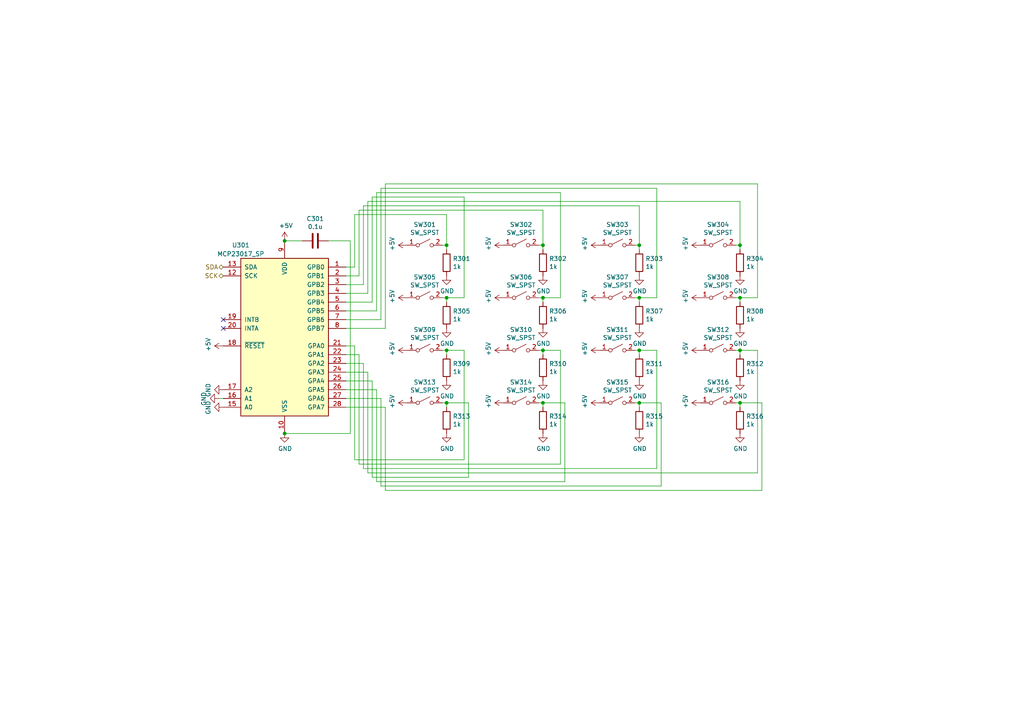
<source format=kicad_sch>
(kicad_sch (version 20211123) (generator eeschema)
  (paper "A4")
  (title_block (title "Controller") (date "2021-07-04") (rev "1.0"))
  (lib_symbols
    (symbol "Device:C" (pin_numbers hide) (pin_names (offset 0.254))
      (property "Reference" "C" (at 0.635 2.54 0))
      (property "Value" "C" (at 0.635 -2.54 0))
      (symbol "C_0_1"
        (polyline (pts (xy -2.032 -0.762) (xy 2.032 -0.762)) (stroke (width 0.508)))
        (polyline (pts (xy -2.032 0.762) (xy 2.032 0.762)) (stroke (width 0.508)))
      )
      (symbol "C_1_1"
        (pin passive line (at 0 3.81 270) (length 2.794) (name "~") (number "1"))
        (pin passive line (at 0 -3.81 90) (length 2.794) (name "~") (number "2"))
      )
    )
    (symbol "Device:R" (pin_numbers hide) (pin_names (offset 0))
      (property "Reference" "R" (at 2.032 0 90))
      (property "Value" "R" (at 0 0 90))
      (symbol "R_0_1"
        (rectangle (start -1.016 -2.54) (end 1.016 2.54) (stroke (width 0.254)))
      )
      (symbol "R_1_1"
        (pin passive line (at 0 3.81 270) (length 1.27) (name "~") (number "1"))
        (pin passive line (at 0 -3.81 90) (length 1.27) (name "~") (number "2"))
      )
    )
    (symbol "Interface_Expansion:MCP23017_SP" (pin_names (offset 1.016))
      (property "Reference" "U" (at -11.43 24.13 0))
      (property "Value" "MCP23017_SP" (at 0 0 0))
      (symbol "MCP23017_SP_0_1"
        (rectangle (start -12.7 22.86) (end 12.7 -22.86) (stroke (width 0.254)) (fill (type background)))
      )
      (symbol "MCP23017_SP_1_1"
        (pin bidirectional line (at 17.78 20.32 180) (length 5.08) (name "GPB0") (number "1"))
        (pin power_in line (at 0 -27.94 90) (length 5.08) (name "VSS") (number "10"))
        (pin no_connect line (at -12.7 15.24 0) (length 5.08) hide (name "NC") (number "11"))
        (pin input line (at -17.78 17.78 0) (length 5.08) (name "SCK") (number "12"))
        (pin bidirectional line (at -17.78 20.32 0) (length 5.08) (name "SDA") (number "13"))
        (pin no_connect line (at -12.7 12.7 0) (length 5.08) hide (name "NC") (number "14"))
        (pin input line (at -17.78 -20.32 0) (length 5.08) (name "A0") (number "15"))
        (pin input line (at -17.78 -17.78 0) (length 5.08) (name "A1") (number "16"))
        (pin input line (at -17.78 -15.24 0) (length 5.08) (name "A2") (number "17"))
        (pin input line (at -17.78 -2.54 0) (length 5.08) (name "~{RESET}") (number "18"))
        (pin tri_state line (at -17.78 5.08 0) (length 5.08) (name "INTB") (number "19"))
        (pin bidirectional line (at 17.78 17.78 180) (length 5.08) (name "GPB1") (number "2"))
        (pin tri_state line (at -17.78 2.54 0) (length 5.08) (name "INTA") (number "20"))
        (pin bidirectional line (at 17.78 -2.54 180) (length 5.08) (name "GPA0") (number "21"))
        (pin bidirectional line (at 17.78 -5.08 180) (length 5.08) (name "GPA1") (number "22"))
        (pin bidirectional line (at 17.78 -7.62 180) (length 5.08) (name "GPA2") (number "23"))
        (pin bidirectional line (at 17.78 -10.16 180) (length 5.08) (name "GPA3") (number "24"))
        (pin bidirectional line (at 17.78 -12.7 180) (length 5.08) (name "GPA4") (number "25"))
        (pin bidirectional line (at 17.78 -15.24 180) (length 5.08) (name "GPA5") (number "26"))
        (pin bidirectional line (at 17.78 -17.78 180) (length 5.08) (name "GPA6") (number "27"))
        (pin bidirectional line (at 17.78 -20.32 180) (length 5.08) (name "GPA7") (number "28"))
        (pin bidirectional line (at 17.78 15.24 180) (length 5.08) (name "GPB2") (number "3"))
        (pin bidirectional line (at 17.78 12.7 180) (length 5.08) (name "GPB3") (number "4"))
        (pin bidirectional line (at 17.78 10.16 180) (length 5.08) (name "GPB4") (number "5"))
        (pin bidirectional line (at 17.78 7.62 180) (length 5.08) (name "GPB5") (number "6"))
        (pin bidirectional line (at 17.78 5.08 180) (length 5.08) (name "GPB6") (number "7"))
        (pin bidirectional line (at 17.78 2.54 180) (length 5.08) (name "GPB7") (number "8"))
        (pin power_in line (at 0 27.94 270) (length 5.08) (name "VDD") (number "9"))
      )
    )
    (symbol "Switch:SW_SPST" (pin_names (offset 0) hide)
      (property "Reference" "SW" (at 0 3.175 0))
      (property "Value" "SW_SPST" (at 0 -2.54 0))
      (symbol "SW_SPST_0_0"
        (circle (center -2.032 0) (radius 0.508))
        (polyline (pts (xy -1.524 0.254) (xy 1.524 1.778)))
        (circle (center 2.032 0) (radius 0.508))
      )
      (symbol "SW_SPST_1_1"
        (pin passive line (at -5.08 0 0) (length 2.54) (name "A") (number "1"))
        (pin passive line (at 5.08 0 180) (length 2.54) (name "B") (number "2"))
      )
    )
    (symbol "power:+5V" (power) (pin_names (offset 0))
      (property "Value" "+5V" (at 0 3.556 0))
      (symbol "+5V_0_1"
        (polyline (pts (xy -0.762 1.27) (xy 0 2.54)))
        (polyline (pts (xy 0 0) (xy 0 2.54)))
        (polyline (pts (xy 0 2.54) (xy 0.762 1.27)))
      )
      (symbol "+5V_1_1"
        (pin power_in line (at 0 0 90) (length 0) hide (name "+5V") (number "1"))
      )
    )
    (symbol "power:GND" (power) (pin_names (offset 0))
      (property "Value" "GND" (at 0 -3.81 0))
      (symbol "GND_0_1"
        (polyline (pts (xy 0 0) (xy 0 -1.27) (xy 1.27 -1.27) (xy 0 -2.54) (xy -1.27 -1.27) (xy 0 -1.27)))
      )
      (symbol "GND_1_1"
        (pin power_in line (at 0 0 270) (length 0) hide (name "GND") (number "1"))
      )
    )
  )
  (junction (at 82.55 69.85))
  (junction (at 214.63 101.6))
  (junction (at 185.42 86.36))
  (junction (at 214.63 86.36))
  (junction (at 157.48 101.6))
  (junction (at 185.42 116.84))
  (junction (at 185.42 71.12))
  (junction (at 129.54 71.12))
  (junction (at 214.63 71.12))
  (junction (at 214.63 116.84))
  (junction (at 157.48 86.36))
  (junction (at 129.54 86.36))
  (junction (at 129.54 116.84))
  (junction (at 82.55 125.73))
  (junction (at 185.42 101.6))
  (junction (at 157.48 116.84))
  (junction (at 157.48 71.12))
  (junction (at 129.54 101.6))
  (no_connect (at 64.77 92.71))
  (no_connect (at 64.77 95.25))
  (wire (pts (xy 100.33 100.33) (xy 102.87 100.33)))
  (wire (pts (xy 191.77 140.97) (xy 191.77 116.84)))
  (wire (pts (xy 134.62 86.36) (xy 129.54 86.36)))
  (wire (pts (xy 157.48 116.84) (xy 157.48 118.11)))
  (wire (pts (xy 104.14 134.62) (xy 162.56 134.62)))
  (wire (pts (xy 100.33 85.09) (xy 106.68 85.09)))
  (wire (pts (xy 111.76 142.24) (xy 220.98 142.24)))
  (wire (pts (xy 163.83 139.7) (xy 163.83 116.84)))
  (wire (pts (xy 128.27 101.6) (xy 129.54 101.6)))
  (wire (pts (xy 219.71 101.6) (xy 214.63 101.6)))
  (wire (pts (xy 129.54 116.84) (xy 129.54 118.11)))
  (wire (pts (xy 106.68 137.16) (xy 219.71 137.16)))
  (wire (pts (xy 162.56 86.36) (xy 157.48 86.36)))
  (wire (pts (xy 109.22 90.17) (xy 109.22 55.88)))
  (wire (pts (xy 101.6 125.73) (xy 82.55 125.73)))
  (wire (pts (xy 191.77 116.84) (xy 185.42 116.84)))
  (wire (pts (xy 156.21 101.6) (xy 157.48 101.6)))
  (wire (pts (xy 185.42 71.12) (xy 185.42 72.39)))
  (wire (pts (xy 184.15 101.6) (xy 185.42 101.6)))
  (wire (pts (xy 104.14 102.87) (xy 104.14 134.62)))
  (wire (pts (xy 219.71 86.36) (xy 214.63 86.36)))
  (wire (pts (xy 106.68 107.95) (xy 106.68 137.16)))
  (wire (pts (xy 106.68 58.42) (xy 214.63 58.42)))
  (wire (pts (xy 185.42 59.69) (xy 185.42 71.12)))
  (wire (pts (xy 102.87 77.47) (xy 102.87 62.23)))
  (wire (pts (xy 100.33 95.25) (xy 111.76 95.25)))
  (wire (pts (xy 213.36 101.6) (xy 214.63 101.6)))
  (wire (pts (xy 107.95 138.43) (xy 135.89 138.43)))
  (wire (pts (xy 214.63 58.42) (xy 214.63 71.12)))
  (wire (pts (xy 162.56 55.88) (xy 162.56 86.36)))
  (wire (pts (xy 100.33 115.57) (xy 110.49 115.57)))
  (wire (pts (xy 184.15 71.12) (xy 185.42 71.12)))
  (wire (pts (xy 107.95 110.49) (xy 107.95 138.43)))
  (wire (pts (xy 128.27 86.36) (xy 129.54 86.36)))
  (wire (pts (xy 105.41 82.55) (xy 105.41 59.69)))
  (wire (pts (xy 107.95 57.15) (xy 134.62 57.15)))
  (wire (pts (xy 100.33 113.03) (xy 109.22 113.03)))
  (wire (pts (xy 157.48 86.36) (xy 157.48 87.63)))
  (wire (pts (xy 110.49 54.61) (xy 190.5 54.61)))
  (wire (pts (xy 129.54 62.23) (xy 129.54 71.12)))
  (wire (pts (xy 102.87 133.35) (xy 134.62 133.35)))
  (wire (pts (xy 82.55 69.85) (xy 87.63 69.85)))
  (wire (pts (xy 109.22 113.03) (xy 109.22 139.7)))
  (wire (pts (xy 185.42 116.84) (xy 185.42 118.11)))
  (wire (pts (xy 190.5 135.89) (xy 190.5 101.6)))
  (wire (pts (xy 110.49 115.57) (xy 110.49 140.97)))
  (wire (pts (xy 185.42 101.6) (xy 185.42 102.87)))
  (wire (pts (xy 184.15 116.84) (xy 185.42 116.84)))
  (wire (pts (xy 190.5 86.36) (xy 185.42 86.36)))
  (wire (pts (xy 219.71 53.34) (xy 219.71 86.36)))
  (wire (pts (xy 220.98 116.84) (xy 214.63 116.84)))
  (wire (pts (xy 111.76 53.34) (xy 219.71 53.34)))
  (wire (pts (xy 105.41 135.89) (xy 190.5 135.89)))
  (wire (pts (xy 134.62 57.15) (xy 134.62 86.36)))
  (wire (pts (xy 102.87 62.23) (xy 129.54 62.23)))
  (wire (pts (xy 111.76 118.11) (xy 111.76 142.24)))
  (wire (pts (xy 100.33 105.41) (xy 105.41 105.41)))
  (wire (pts (xy 162.56 134.62) (xy 162.56 101.6)))
  (wire (pts (xy 135.89 138.43) (xy 135.89 116.84)))
  (wire (pts (xy 157.48 60.96) (xy 157.48 71.12)))
  (wire (pts (xy 214.63 116.84) (xy 214.63 118.11)))
  (wire (pts (xy 214.63 71.12) (xy 214.63 72.39)))
  (wire (pts (xy 129.54 71.12) (xy 129.54 72.39)))
  (wire (pts (xy 111.76 95.25) (xy 111.76 53.34)))
  (wire (pts (xy 213.36 116.84) (xy 214.63 116.84)))
  (wire (pts (xy 214.63 101.6) (xy 214.63 102.87)))
  (wire (pts (xy 102.87 100.33) (xy 102.87 133.35)))
  (wire (pts (xy 157.48 101.6) (xy 157.48 102.87)))
  (wire (pts (xy 185.42 86.36) (xy 185.42 87.63)))
  (wire (pts (xy 110.49 140.97) (xy 191.77 140.97)))
  (wire (pts (xy 162.56 101.6) (xy 157.48 101.6)))
  (wire (pts (xy 107.95 87.63) (xy 107.95 57.15)))
  (wire (pts (xy 106.68 85.09) (xy 106.68 58.42)))
  (wire (pts (xy 101.6 69.85) (xy 101.6 125.73)))
  (wire (pts (xy 220.98 142.24) (xy 220.98 116.84)))
  (wire (pts (xy 100.33 92.71) (xy 110.49 92.71)))
  (wire (pts (xy 135.89 116.84) (xy 129.54 116.84)))
  (wire (pts (xy 105.41 105.41) (xy 105.41 135.89)))
  (wire (pts (xy 100.33 82.55) (xy 105.41 82.55)))
  (wire (pts (xy 156.21 116.84) (xy 157.48 116.84)))
  (wire (pts (xy 213.36 71.12) (xy 214.63 71.12)))
  (wire (pts (xy 214.63 86.36) (xy 214.63 87.63)))
  (wire (pts (xy 100.33 102.87) (xy 104.14 102.87)))
  (wire (pts (xy 104.14 80.01) (xy 104.14 60.96)))
  (wire (pts (xy 156.21 86.36) (xy 157.48 86.36)))
  (wire (pts (xy 128.27 71.12) (xy 129.54 71.12)))
  (wire (pts (xy 100.33 90.17) (xy 109.22 90.17)))
  (wire (pts (xy 129.54 86.36) (xy 129.54 87.63)))
  (wire (pts (xy 63.5 115.57) (xy 64.77 115.57)))
  (wire (pts (xy 163.83 116.84) (xy 157.48 116.84)))
  (wire (pts (xy 134.62 101.6) (xy 129.54 101.6)))
  (wire (pts (xy 100.33 107.95) (xy 106.68 107.95)))
  (wire (pts (xy 128.27 116.84) (xy 129.54 116.84)))
  (wire (pts (xy 100.33 110.49) (xy 107.95 110.49)))
  (wire (pts (xy 100.33 77.47) (xy 102.87 77.47)))
  (wire (pts (xy 129.54 101.6) (xy 129.54 102.87)))
  (wire (pts (xy 134.62 133.35) (xy 134.62 101.6)))
  (wire (pts (xy 219.71 137.16) (xy 219.71 101.6)))
  (wire (pts (xy 156.21 71.12) (xy 157.48 71.12)))
  (wire (pts (xy 109.22 55.88) (xy 162.56 55.88)))
  (wire (pts (xy 190.5 101.6) (xy 185.42 101.6)))
  (wire (pts (xy 213.36 86.36) (xy 214.63 86.36)))
  (wire (pts (xy 104.14 60.96) (xy 157.48 60.96)))
  (wire (pts (xy 157.48 71.12) (xy 157.48 72.39)))
  (wire (pts (xy 100.33 87.63) (xy 107.95 87.63)))
  (wire (pts (xy 184.15 86.36) (xy 185.42 86.36)))
  (wire (pts (xy 100.33 80.01) (xy 104.14 80.01)))
  (wire (pts (xy 110.49 92.71) (xy 110.49 54.61)))
  (wire (pts (xy 105.41 59.69) (xy 185.42 59.69)))
  (wire (pts (xy 100.33 118.11) (xy 111.76 118.11)))
  (wire (pts (xy 109.22 139.7) (xy 163.83 139.7)))
  (wire (pts (xy 190.5 54.61) (xy 190.5 86.36)))
  (wire (pts (xy 95.25 69.85) (xy 101.6 69.85)))
  (hierarchical_label "SDA" (shape bidirectional) (at 64.77 77.47 180))
  (hierarchical_label "SCK" (shape bidirectional) (at 64.77 80.01 180))
  (symbol (lib_id "Switch:SW_SPST") (at 123.19 71.12 0) (unit 1)
    (property "Reference" "SW301" (at 123.19 65.151 0))
    (property "Value" "SW_SPST" (at 123.19 67.4624 0))
    (property "Footprint" "Switch:PBS-105" (effects hide))
  )
  (symbol (lib_id "power:+5V") (at 118.11 71.12 90) (unit 1)
    (property "Reference" "#PWR0307" (effects hide))
    (property "Value" "+5V" (at 113.7158 70.739 0))
  )
  (symbol (lib_id "Device:R") (at 129.54 76.2 180) (unit 1)
    (property "Reference" "R301" (at 131.318 75.0316 0) (effects (justify right)))
    (property "Value" "1k" (at 131.318 77.343 0) (effects (justify right)))
    (property "Footprint" "Resistor_THT:R_Axial_DIN0207_L6.3mm_D2.5mm_P7.62mm_Horizontal" (effects hide))
  )
  (symbol (lib_id "power:GND") (at 129.54 80.01 0) (unit 1)
    (property "Reference" "#PWR0311" (effects hide))
    (property "Value" "GND" (at 129.667 84.4042 0))
  )
  (symbol (lib_id "Switch:SW_SPST") (at 123.19 86.36 0) (unit 1)
    (property "Reference" "SW305" (at 123.19 80.391 0))
    (property "Value" "SW_SPST" (at 123.19 82.7024 0))
    (property "Footprint" "Switch:PBS-105" (effects hide))
  )
  (symbol (lib_id "power:+5V") (at 118.11 86.36 90) (unit 1)
    (property "Reference" "#PWR0308" (effects hide))
    (property "Value" "+5V" (at 113.7158 85.979 0))
  )
  (symbol (lib_id "Device:R") (at 129.54 91.44 180) (unit 1)
    (property "Reference" "R305" (at 131.318 90.2716 0) (effects (justify right)))
    (property "Value" "1k" (at 131.318 92.583 0) (effects (justify right)))
    (property "Footprint" "Resistor_THT:R_Axial_DIN0207_L6.3mm_D2.5mm_P7.62mm_Horizontal" (effects hide))
  )
  (symbol (lib_id "power:GND") (at 129.54 95.25 0) (unit 1)
    (property "Reference" "#PWR0312" (effects hide))
    (property "Value" "GND" (at 129.667 99.6442 0))
  )
  (symbol (lib_id "Switch:SW_SPST") (at 151.13 71.12 0) (unit 1)
    (property "Reference" "SW302" (at 151.13 65.151 0))
    (property "Value" "SW_SPST" (at 151.13 67.4624 0))
    (property "Footprint" "Switch:PBS-105" (effects hide))
  )
  (symbol (lib_id "power:+5V") (at 146.05 71.12 90) (unit 1)
    (property "Reference" "#PWR0315" (effects hide))
    (property "Value" "+5V" (at 141.6558 70.739 0))
  )
  (symbol (lib_id "Device:R") (at 157.48 76.2 180) (unit 1)
    (property "Reference" "R302" (at 159.258 75.0316 0) (effects (justify right)))
    (property "Value" "1k" (at 159.258 77.343 0) (effects (justify right)))
    (property "Footprint" "Resistor_THT:R_Axial_DIN0207_L6.3mm_D2.5mm_P7.62mm_Horizontal" (effects hide))
  )
  (symbol (lib_id "power:GND") (at 157.48 80.01 0) (unit 1)
    (property "Reference" "#PWR0319" (effects hide))
    (property "Value" "GND" (at 157.607 84.4042 0))
  )
  (symbol (lib_id "Switch:SW_SPST") (at 151.13 86.36 0) (unit 1)
    (property "Reference" "SW306" (at 151.13 80.391 0))
    (property "Value" "SW_SPST" (at 151.13 82.7024 0))
    (property "Footprint" "Switch:PBS-105" (effects hide))
  )
  (symbol (lib_id "power:+5V") (at 146.05 86.36 90) (unit 1)
    (property "Reference" "#PWR0316" (effects hide))
    (property "Value" "+5V" (at 141.6558 85.979 0))
  )
  (symbol (lib_id "Device:R") (at 157.48 91.44 180) (unit 1)
    (property "Reference" "R306" (at 159.258 90.2716 0) (effects (justify right)))
    (property "Value" "1k" (at 159.258 92.583 0) (effects (justify right)))
    (property "Footprint" "Resistor_THT:R_Axial_DIN0207_L6.3mm_D2.5mm_P7.62mm_Horizontal" (effects hide))
  )
  (symbol (lib_id "power:GND") (at 157.48 95.25 0) (unit 1)
    (property "Reference" "#PWR0320" (effects hide))
    (property "Value" "GND" (at 157.607 99.6442 0))
  )
  (symbol (lib_id "Switch:SW_SPST") (at 179.07 71.12 0) (unit 1)
    (property "Reference" "SW303" (at 179.07 65.151 0))
    (property "Value" "SW_SPST" (at 179.07 67.4624 0))
    (property "Footprint" "Switch:PBS-105" (effects hide))
  )
  (symbol (lib_id "power:+5V") (at 173.99 71.12 90) (unit 1)
    (property "Reference" "#PWR0323" (effects hide))
    (property "Value" "+5V" (at 169.5958 70.739 0))
  )
  (symbol (lib_id "Device:R") (at 185.42 76.2 180) (unit 1)
    (property "Reference" "R303" (at 187.198 75.0316 0) (effects (justify right)))
    (property "Value" "1k" (at 187.198 77.343 0) (effects (justify right)))
    (property "Footprint" "Resistor_THT:R_Axial_DIN0207_L6.3mm_D2.5mm_P7.62mm_Horizontal" (effects hide))
  )
  (symbol (lib_id "power:GND") (at 185.42 80.01 0) (unit 1)
    (property "Reference" "#PWR0327" (effects hide))
    (property "Value" "GND" (at 185.547 84.4042 0))
  )
  (symbol (lib_id "Switch:SW_SPST") (at 179.07 86.36 0) (unit 1)
    (property "Reference" "SW307" (at 179.07 80.391 0))
    (property "Value" "SW_SPST" (at 179.07 82.7024 0))
    (property "Footprint" "Switch:PBS-105" (effects hide))
  )
  (symbol (lib_id "power:+5V") (at 173.99 86.36 90) (unit 1)
    (property "Reference" "#PWR0324" (effects hide))
    (property "Value" "+5V" (at 169.5958 85.979 0))
  )
  (symbol (lib_id "Device:R") (at 185.42 91.44 180) (unit 1)
    (property "Reference" "R307" (at 187.198 90.2716 0) (effects (justify right)))
    (property "Value" "1k" (at 187.198 92.583 0) (effects (justify right)))
    (property "Footprint" "Resistor_THT:R_Axial_DIN0207_L6.3mm_D2.5mm_P7.62mm_Horizontal" (effects hide))
  )
  (symbol (lib_id "power:GND") (at 185.42 95.25 0) (unit 1)
    (property "Reference" "#PWR0328" (effects hide))
    (property "Value" "GND" (at 185.547 99.6442 0))
  )
  (symbol (lib_id "Switch:SW_SPST") (at 208.28 71.12 0) (unit 1)
    (property "Reference" "SW304" (at 208.28 65.151 0))
    (property "Value" "SW_SPST" (at 208.28 67.4624 0))
    (property "Footprint" "Switch:PBS-105" (effects hide))
  )
  (symbol (lib_id "power:+5V") (at 203.2 71.12 90) (unit 1)
    (property "Reference" "#PWR0331" (effects hide))
    (property "Value" "+5V" (at 198.8058 70.739 0))
  )
  (symbol (lib_id "Device:R") (at 214.63 76.2 180) (unit 1)
    (property "Reference" "R304" (at 216.408 75.0316 0) (effects (justify right)))
    (property "Value" "1k" (at 216.408 77.343 0) (effects (justify right)))
    (property "Footprint" "Resistor_THT:R_Axial_DIN0207_L6.3mm_D2.5mm_P7.62mm_Horizontal" (effects hide))
  )
  (symbol (lib_id "power:GND") (at 214.63 80.01 0) (unit 1)
    (property "Reference" "#PWR0335" (effects hide))
    (property "Value" "GND" (at 214.757 84.4042 0))
  )
  (symbol (lib_id "Switch:SW_SPST") (at 208.28 86.36 0) (unit 1)
    (property "Reference" "SW308" (at 208.28 80.391 0))
    (property "Value" "SW_SPST" (at 208.28 82.7024 0))
    (property "Footprint" "Switch:PBS-105" (effects hide))
  )
  (symbol (lib_id "power:+5V") (at 203.2 86.36 90) (unit 1)
    (property "Reference" "#PWR0332" (effects hide))
    (property "Value" "+5V" (at 198.8058 85.979 0))
  )
  (symbol (lib_id "Device:R") (at 214.63 91.44 180) (unit 1)
    (property "Reference" "R308" (at 216.408 90.2716 0) (effects (justify right)))
    (property "Value" "1k" (at 216.408 92.583 0) (effects (justify right)))
    (property "Footprint" "Resistor_THT:R_Axial_DIN0207_L6.3mm_D2.5mm_P7.62mm_Horizontal" (effects hide))
  )
  (symbol (lib_id "power:GND") (at 214.63 95.25 0) (unit 1)
    (property "Reference" "#PWR0336" (effects hide))
    (property "Value" "GND" (at 214.757 99.6442 0))
  )
  (symbol (lib_id "Switch:SW_SPST") (at 123.19 101.6 0) (unit 1)
    (property "Reference" "SW309" (at 123.19 95.631 0))
    (property "Value" "SW_SPST" (at 123.19 97.9424 0))
    (property "Footprint" "Switch:PBS-105" (effects hide))
  )
  (symbol (lib_id "power:+5V") (at 118.11 101.6 90) (unit 1)
    (property "Reference" "#PWR0309" (effects hide))
    (property "Value" "+5V" (at 113.7158 101.219 0))
  )
  (symbol (lib_id "Device:R") (at 129.54 106.68 180) (unit 1)
    (property "Reference" "R309" (at 131.318 105.5116 0) (effects (justify right)))
    (property "Value" "1k" (at 131.318 107.823 0) (effects (justify right)))
    (property "Footprint" "Resistor_THT:R_Axial_DIN0207_L6.3mm_D2.5mm_P7.62mm_Horizontal" (effects hide))
  )
  (symbol (lib_id "power:GND") (at 129.54 110.49 0) (unit 1)
    (property "Reference" "#PWR0313" (effects hide))
    (property "Value" "GND" (at 129.667 114.8842 0))
  )
  (symbol (lib_id "Switch:SW_SPST") (at 123.19 116.84 0) (unit 1)
    (property "Reference" "SW313" (at 123.19 110.871 0))
    (property "Value" "SW_SPST" (at 123.19 113.1824 0))
    (property "Footprint" "Switch:PBS-105" (effects hide))
  )
  (symbol (lib_id "power:+5V") (at 118.11 116.84 90) (unit 1)
    (property "Reference" "#PWR0310" (effects hide))
    (property "Value" "+5V" (at 113.7158 116.459 0))
  )
  (symbol (lib_id "Device:R") (at 129.54 121.92 180) (unit 1)
    (property "Reference" "R313" (at 131.318 120.7516 0) (effects (justify right)))
    (property "Value" "1k" (at 131.318 123.063 0) (effects (justify right)))
    (property "Footprint" "Resistor_THT:R_Axial_DIN0207_L6.3mm_D2.5mm_P7.62mm_Horizontal" (effects hide))
  )
  (symbol (lib_id "power:GND") (at 129.54 125.73 0) (unit 1)
    (property "Reference" "#PWR0314" (effects hide))
    (property "Value" "GND" (at 129.667 130.1242 0))
  )
  (symbol (lib_id "Switch:SW_SPST") (at 151.13 101.6 0) (unit 1)
    (property "Reference" "SW310" (at 151.13 95.631 0))
    (property "Value" "SW_SPST" (at 151.13 97.9424 0))
    (property "Footprint" "Switch:PBS-105" (effects hide))
  )
  (symbol (lib_id "power:+5V") (at 146.05 101.6 90) (unit 1)
    (property "Reference" "#PWR0317" (effects hide))
    (property "Value" "+5V" (at 141.6558 101.219 0))
  )
  (symbol (lib_id "Device:R") (at 157.48 106.68 180) (unit 1)
    (property "Reference" "R310" (at 159.258 105.5116 0) (effects (justify right)))
    (property "Value" "1k" (at 159.258 107.823 0) (effects (justify right)))
    (property "Footprint" "Resistor_THT:R_Axial_DIN0207_L6.3mm_D2.5mm_P7.62mm_Horizontal" (effects hide))
  )
  (symbol (lib_id "power:GND") (at 157.48 110.49 0) (unit 1)
    (property "Reference" "#PWR0321" (effects hide))
    (property "Value" "GND" (at 157.607 114.8842 0))
  )
  (symbol (lib_id "Switch:SW_SPST") (at 151.13 116.84 0) (unit 1)
    (property "Reference" "SW314" (at 151.13 110.871 0))
    (property "Value" "SW_SPST" (at 151.13 113.1824 0))
    (property "Footprint" "Switch:PBS-105" (effects hide))
  )
  (symbol (lib_id "power:+5V") (at 146.05 116.84 90) (unit 1)
    (property "Reference" "#PWR0318" (effects hide))
    (property "Value" "+5V" (at 141.6558 116.459 0))
  )
  (symbol (lib_id "Device:R") (at 157.48 121.92 180) (unit 1)
    (property "Reference" "R314" (at 159.258 120.7516 0) (effects (justify right)))
    (property "Value" "1k" (at 159.258 123.063 0) (effects (justify right)))
    (property "Footprint" "Resistor_THT:R_Axial_DIN0207_L6.3mm_D2.5mm_P7.62mm_Horizontal" (effects hide))
  )
  (symbol (lib_id "power:GND") (at 157.48 125.73 0) (unit 1)
    (property "Reference" "#PWR0322" (effects hide))
    (property "Value" "GND" (at 157.607 130.1242 0))
  )
  (symbol (lib_id "Switch:SW_SPST") (at 179.07 101.6 0) (unit 1)
    (property "Reference" "SW311" (at 179.07 95.631 0))
    (property "Value" "SW_SPST" (at 179.07 97.9424 0))
    (property "Footprint" "Switch:PBS-105" (effects hide))
  )
  (symbol (lib_id "power:+5V") (at 173.99 101.6 90) (unit 1)
    (property "Reference" "#PWR0325" (effects hide))
    (property "Value" "+5V" (at 169.5958 101.219 0))
  )
  (symbol (lib_id "Device:R") (at 185.42 106.68 180) (unit 1)
    (property "Reference" "R311" (at 187.198 105.5116 0) (effects (justify right)))
    (property "Value" "1k" (at 187.198 107.823 0) (effects (justify right)))
    (property "Footprint" "Resistor_THT:R_Axial_DIN0207_L6.3mm_D2.5mm_P7.62mm_Horizontal" (effects hide))
  )
  (symbol (lib_id "power:GND") (at 185.42 110.49 0) (unit 1)
    (property "Reference" "#PWR0329" (effects hide))
    (property "Value" "GND" (at 185.547 114.8842 0))
  )
  (symbol (lib_id "Switch:SW_SPST") (at 179.07 116.84 0) (unit 1)
    (property "Reference" "SW315" (at 179.07 110.871 0))
    (property "Value" "SW_SPST" (at 179.07 113.1824 0))
    (property "Footprint" "Switch:PBS-105" (effects hide))
  )
  (symbol (lib_id "power:+5V") (at 173.99 116.84 90) (unit 1)
    (property "Reference" "#PWR0326" (effects hide))
    (property "Value" "+5V" (at 169.5958 116.459 0))
  )
  (symbol (lib_id "Device:R") (at 185.42 121.92 180) (unit 1)
    (property "Reference" "R315" (at 187.198 120.7516 0) (effects (justify right)))
    (property "Value" "1k" (at 187.198 123.063 0) (effects (justify right)))
    (property "Footprint" "Resistor_THT:R_Axial_DIN0207_L6.3mm_D2.5mm_P7.62mm_Horizontal" (effects hide))
  )
  (symbol (lib_id "power:GND") (at 185.42 125.73 0) (unit 1)
    (property "Reference" "#PWR0330" (effects hide))
    (property "Value" "GND" (at 185.547 130.1242 0))
  )
  (symbol (lib_id "Switch:SW_SPST") (at 208.28 101.6 0) (unit 1)
    (property "Reference" "SW312" (at 208.28 95.631 0))
    (property "Value" "SW_SPST" (at 208.28 97.9424 0))
    (property "Footprint" "Switch:PBS-105" (effects hide))
  )
  (symbol (lib_id "power:+5V") (at 203.2 101.6 90) (unit 1)
    (property "Reference" "#PWR0333" (effects hide))
    (property "Value" "+5V" (at 198.8058 101.219 0))
  )
  (symbol (lib_id "Device:R") (at 214.63 106.68 180) (unit 1)
    (property "Reference" "R312" (at 216.408 105.5116 0) (effects (justify right)))
    (property "Value" "1k" (at 216.408 107.823 0) (effects (justify right)))
    (property "Footprint" "Resistor_THT:R_Axial_DIN0207_L6.3mm_D2.5mm_P7.62mm_Horizontal" (effects hide))
  )
  (symbol (lib_id "power:GND") (at 214.63 110.49 0) (unit 1)
    (property "Reference" "#PWR0337" (effects hide))
    (property "Value" "GND" (at 214.757 114.8842 0))
  )
  (symbol (lib_id "Switch:SW_SPST") (at 208.28 116.84 0) (unit 1)
    (property "Reference" "SW316" (at 208.28 110.871 0))
    (property "Value" "SW_SPST" (at 208.28 113.1824 0))
    (property "Footprint" "Switch:PBS-105" (effects hide))
  )
  (symbol (lib_id "power:+5V") (at 203.2 116.84 90) (unit 1)
    (property "Reference" "#PWR0334" (effects hide))
    (property "Value" "+5V" (at 198.8058 116.459 0))
  )
  (symbol (lib_id "Device:R") (at 214.63 121.92 180) (unit 1)
    (property "Reference" "R316" (at 216.408 120.7516 0) (effects (justify right)))
    (property "Value" "1k" (at 216.408 123.063 0) (effects (justify right)))
    (property "Footprint" "Resistor_THT:R_Axial_DIN0207_L6.3mm_D2.5mm_P7.62mm_Horizontal" (effects hide))
  )
  (symbol (lib_id "power:GND") (at 214.63 125.73 0) (unit 1)
    (property "Reference" "#PWR0338" (effects hide))
    (property "Value" "GND" (at 214.757 130.1242 0))
  )
  (symbol (lib_id "Interface_Expansion:MCP23017_SP") (at 82.55 97.79 0) (unit 1)
    (property "Reference" "U301" (at 69.85 71.12 0))
    (property "Value" "MCP23017_SP" (at 69.85 73.66 0))
    (property "Footprint" "Package_DIP:DIP-28_W7.62mm_Socket" (effects hide))
    (property "Datasheet" "http://ww1.microchip.com/downloads/en/DeviceDoc/20001952C.pdf" (effects hide))
  )
  (symbol (lib_id "power:+5V") (at 82.55 69.85 0) (unit 1)
    (property "Reference" "#PWR0305" (effects hide))
    (property "Value" "+5V" (at 82.931 65.4558 0))
  )
  (symbol (lib_id "power:GND") (at 82.55 125.73 0) (unit 1)
    (property "Reference" "#PWR0306" (effects hide))
    (property "Value" "GND" (at 82.677 130.1242 0))
  )
  (symbol (lib_id "Device:C") (at 91.44 69.85 270) (unit 1)
    (property "Reference" "C301" (at 91.44 63.4492 90))
    (property "Value" "0.1u" (at 91.44 65.7606 90))
    (property "Footprint" "Capacitor_THT:C_Disc_D5.0mm_W2.5mm_P5.00mm" (effects hide))
  )
  (symbol (lib_id "power:+5V") (at 64.77 100.33 90) (unit 1)
    (property "Reference" "#PWR0302" (effects hide))
    (property "Value" "+5V" (at 60.3758 99.949 0))
  )
  (symbol (lib_id "power:GND") (at 64.77 118.11 270) (unit 1)
    (property "Reference" "#PWR0304" (effects hide))
    (property "Value" "GND" (at 60.3758 118.237 0))
  )
  (symbol (lib_id "power:GND") (at 63.5 115.57 270) (unit 1)
    (property "Reference" "#PWR0301" (effects hide))
    (property "Value" "GND" (at 59.1058 115.697 0))
  )
  (symbol (lib_id "power:GND") (at 64.77 113.03 270) (unit 1)
    (property "Reference" "#PWR0303" (effects hide))
    (property "Value" "GND" (at 60.3758 113.157 0))
  )
)
</source>
